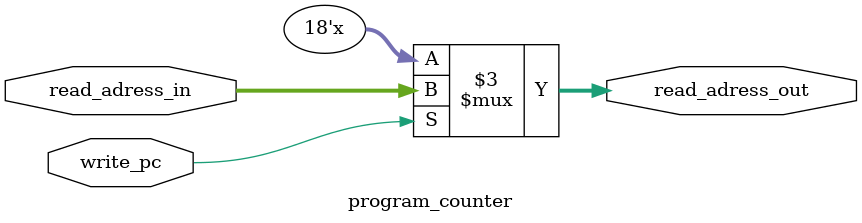
<source format=v>
module program_counter(
	input write_pc,
	input [17:0] read_adress_in,
	output reg [17:0] read_adress_out);

always @(*) begin

	if (write_pc) begin

		read_adress_out = read_adress_in;
		
	end
	
end

endmodule 




</source>
